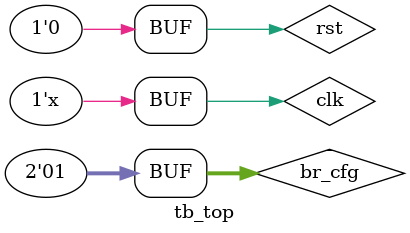
<source format=v>
`timescale 1ns/1ps

module tb_top;
reg clk, rst, rxd;
reg [1:0] br_cfg;
wire txd;

top_level U0 (
.clk  (clk),
.rst  (rst),
.txd (txd),
.rxd (rxd),
.br_cfg (br_cfg)
);



initial
begin
clk = 0;
rst = 1;
br_cfg = 2'b01;

#40 rst = 0;

end

always 
#10 clk = !clk;

endmodule

</source>
